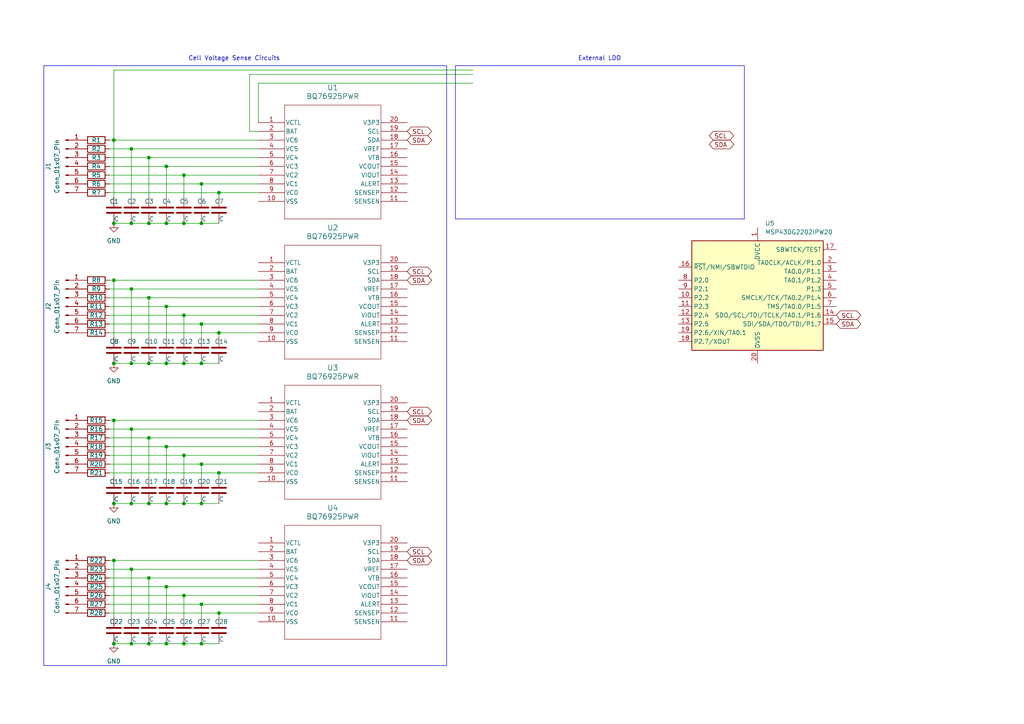
<source format=kicad_sch>
(kicad_sch (version 20230121) (generator eeschema)
  (paper "A4")
  (lib_symbols
    (symbol "BQ76925PWR_1" (pin_names (offset 0.254))
      (property "Reference" "U1" (at 21.59 10.16 0))
      (property "Value" "BQ76925PWR" (at 21.59 7.62 0))
      (symbol "BQ76925PWR_1_0_1"
        (polyline (pts (xy 7.62 -27.94) (xy 35.56 -27.94)) (stroke (width 0.127)))
        (polyline (pts (xy 7.62 5.08) (xy 7.62 -27.94)) (stroke (width 0.127)))
        (polyline (pts (xy 35.56 -27.94) (xy 35.56 5.08)) (stroke (width 0.127)))
        (polyline (pts (xy 35.56 5.08) (xy 7.62 5.08)) (stroke (width 0.127)))
        (pin output line (at 0 0 0) (length 7.62) (name "VCTL") (number "1"))
        (pin power_in line (at 0 -22.86 0) (length 7.62) (name "VSS") (number "10"))
        (pin input line (at 43.18 -22.86 180) (length 7.62) (name "SENSEN") (number "11"))
        (pin input line (at 43.18 -20.32 180) (length 7.62) (name "SENSEP") (number "12"))
        (pin output line (at 43.18 -17.78 180) (length 7.62) (name "ALERT") (number "13"))
        (pin output line (at 43.18 -15.24 180) (length 7.62) (name "VIOUT") (number "14"))
        (pin output line (at 43.18 -12.7 180) (length 7.62) (name "VCOUT") (number "15"))
        (pin output line (at 43.18 -10.16 180) (length 7.62) (name "VTB") (number "16"))
        (pin output line (at 43.18 -7.62 180) (length 7.62) (name "VREF") (number "17"))
        (pin bidirectional line (at 43.18 -5.08 180) (length 7.62) (name "SDA") (number "18"))
        (pin input line (at 43.18 -2.54 180) (length 7.62) (name "SCL") (number "19"))
        (pin power_in line (at 0 -2.54 0) (length 7.62) (name "BAT") (number "2"))
        (pin output line (at 43.18 0 180) (length 7.62) (name "V3P3") (number "20"))
        (pin input line (at 0 -5.08 0) (length 7.62) (name "VC6") (number "3"))
        (pin input line (at 0 -7.62 0) (length 7.62) (name "VC5") (number "4"))
        (pin input line (at 0 -10.16 0) (length 7.62) (name "VC4") (number "5"))
        (pin input line (at 0 -12.7 0) (length 7.62) (name "VC3") (number "6"))
        (pin input line (at 0 -15.24 0) (length 7.62) (name "VC2") (number "7"))
        (pin input line (at 0 -17.78 0) (length 7.62) (name "VC1") (number "8"))
        (pin input line (at 0 -20.32 0) (length 7.62) (name "VC0") (number "9"))
      )
    )
    (symbol "Connector:Conn_01x07_Pin" (pin_names (offset 1.016) hide)
      (property "Reference" "J" (at 0 10.16 0))
      (property "Value" "Conn_01x07_Pin" (at 0 -10.16 0))
      (symbol "Conn_01x07_Pin_1_1"
        (polyline (pts (xy 1.27 -7.62) (xy 0.8636 -7.62)) (stroke (width 0.1524)))
        (polyline (pts (xy 1.27 -5.08) (xy 0.8636 -5.08)) (stroke (width 0.1524)))
        (polyline (pts (xy 1.27 -2.54) (xy 0.8636 -2.54)) (stroke (width 0.1524)))
        (polyline (pts (xy 1.27 0) (xy 0.8636 0)) (stroke (width 0.1524)))
        (polyline (pts (xy 1.27 2.54) (xy 0.8636 2.54)) (stroke (width 0.1524)))
        (polyline (pts (xy 1.27 5.08) (xy 0.8636 5.08)) (stroke (width 0.1524)))
        (polyline (pts (xy 1.27 7.62) (xy 0.8636 7.62)) (stroke (width 0.1524)))
        (rectangle (start 0.8636 -7.493) (end 0 -7.747) (stroke (width 0.1524)) (fill (type outline)))
        (rectangle (start 0.8636 -4.953) (end 0 -5.207) (stroke (width 0.1524)) (fill (type outline)))
        (rectangle (start 0.8636 -2.413) (end 0 -2.667) (stroke (width 0.1524)) (fill (type outline)))
        (rectangle (start 0.8636 0.127) (end 0 -0.127) (stroke (width 0.1524)) (fill (type outline)))
        (rectangle (start 0.8636 2.667) (end 0 2.413) (stroke (width 0.1524)) (fill (type outline)))
        (rectangle (start 0.8636 5.207) (end 0 4.953) (stroke (width 0.1524)) (fill (type outline)))
        (rectangle (start 0.8636 7.747) (end 0 7.493) (stroke (width 0.1524)) (fill (type outline)))
        (pin passive line (at 5.08 7.62 180) (length 3.81) (name "Pin_1") (number "1"))
        (pin passive line (at 5.08 5.08 180) (length 3.81) (name "Pin_2") (number "2"))
        (pin passive line (at 5.08 2.54 180) (length 3.81) (name "Pin_3") (number "3"))
        (pin passive line (at 5.08 0 180) (length 3.81) (name "Pin_4") (number "4"))
        (pin passive line (at 5.08 -2.54 180) (length 3.81) (name "Pin_5") (number "5"))
        (pin passive line (at 5.08 -5.08 180) (length 3.81) (name "Pin_6") (number "6"))
        (pin passive line (at 5.08 -7.62 180) (length 3.81) (name "Pin_7") (number "7"))
      )
    )
    (symbol "Device:C" (pin_numbers hide) (pin_names (offset 0.254))
      (property "Reference" "C" (at 0.635 2.54 0))
      (property "Value" "C" (at 0.635 -2.54 0))
      (symbol "C_0_1"
        (polyline (pts (xy -2.032 -0.762) (xy 2.032 -0.762)) (stroke (width 0.508)))
        (polyline (pts (xy -2.032 0.762) (xy 2.032 0.762)) (stroke (width 0.508)))
      )
      (symbol "C_1_1"
        (pin passive line (at 0 3.81 270) (length 2.794) (name "~") (number "1"))
        (pin passive line (at 0 -3.81 90) (length 2.794) (name "~") (number "2"))
      )
    )
    (symbol "Device:R" (pin_numbers hide) (pin_names (offset 0))
      (property "Reference" "R" (at 2.032 0 90))
      (property "Value" "R" (at 0 0 90))
      (symbol "R_0_1"
        (rectangle (start -1.016 -2.54) (end 1.016 2.54) (stroke (width 0.254)))
      )
      (symbol "R_1_1"
        (pin passive line (at 0 3.81 270) (length 1.27) (name "~") (number "1"))
        (pin passive line (at 0 -3.81 90) (length 1.27) (name "~") (number "2"))
      )
    )
    (symbol "MCU_Texas_MSP430:MSP430G2202IPW20"
      (property "Reference" "U" (at -17.78 17.78 0))
      (property "Value" "MSP430G2202IPW20" (at 12.7 -16.51 0))
      (symbol "MSP430G2202IPW20_0_1"
        (rectangle (start -19.05 16.51) (end 19.05 -15.24) (stroke (width 0.254)) (fill (type background)))
      )
      (symbol "MSP430G2202IPW20_1_1"
        (pin power_in line (at 0 20.32 270) (length 3.81) (name "DVCC") (number "1"))
        (pin bidirectional line (at -22.86 0 0) (length 3.81) (name "P2.2") (number "10"))
        (pin bidirectional line (at -22.86 -2.54 0) (length 3.81) (name "P2.3") (number "11"))
        (pin bidirectional line (at -22.86 -5.08 0) (length 3.81) (name "P2.4") (number "12"))
        (pin bidirectional line (at -22.86 -7.62 0) (length 3.81) (name "P2.5") (number "13"))
        (pin bidirectional line (at 22.86 -5.08 180) (length 3.81) (name "SDO/SCL/TDI/TCLK/TA0.1/P1.6") (number "14"))
        (pin bidirectional line (at 22.86 -7.62 180) (length 3.81) (name "SDI/SDA/TDO/TDI/P1.7") (number "15"))
        (pin input line (at -22.86 8.89 0) (length 3.81) (name "~{RST}/NMI/SBWTDIO") (number "16"))
        (pin input line (at 22.86 13.97 180) (length 3.81) (name "SBWTCK/TEST") (number "17"))
        (pin bidirectional line (at -22.86 -12.7 0) (length 3.81) (name "P2.7/XOUT") (number "18"))
        (pin bidirectional line (at -22.86 -10.16 0) (length 3.81) (name "P2.6/XIN/TA0.1") (number "19"))
        (pin bidirectional line (at 22.86 10.16 180) (length 3.81) (name "TA0CLK/ACLK/P1.0") (number "2"))
        (pin power_in line (at 0 -19.05 90) (length 3.81) (name "DVSS") (number "20"))
        (pin bidirectional line (at 22.86 7.62 180) (length 3.81) (name "TA0.0/P1.1") (number "3"))
        (pin bidirectional line (at 22.86 5.08 180) (length 3.81) (name "TA0.1/P1.2") (number "4"))
        (pin bidirectional line (at 22.86 2.54 180) (length 3.81) (name "P1.3") (number "5"))
        (pin bidirectional line (at 22.86 0 180) (length 3.81) (name "SMCLK/TCK/TA0.2/P1.4") (number "6"))
        (pin bidirectional line (at 22.86 -2.54 180) (length 3.81) (name "TMS/TA0.0/P1.5") (number "7"))
        (pin bidirectional line (at -22.86 5.08 0) (length 3.81) (name "P2.0") (number "8"))
        (pin bidirectional line (at -22.86 2.54 0) (length 3.81) (name "P2.1") (number "9"))
      )
    )
    (symbol "power:GND" (power) (pin_names (offset 0))
      (property "Value" "GND" (at 0 -3.81 0))
      (symbol "GND_0_1"
        (polyline (pts (xy 0 0) (xy 0 -1.27) (xy 1.27 -1.27) (xy 0 -2.54) (xy -1.27 -1.27) (xy 0 -1.27)))
      )
      (symbol "GND_1_1"
        (pin power_in line (at 0 0 270) (length 0) hide (name "GND") (number "1"))
      )
    )
  )
  (junction (at 48.26 64.77))
  (junction (at 48.26 105.41))
  (junction (at 53.34 132.08))
  (junction (at 33.02 121.92))
  (junction (at 33.02 162.56))
  (junction (at 38.1 105.41))
  (junction (at 48.26 186.69))
  (junction (at 43.18 146.05))
  (junction (at 58.42 53.34))
  (junction (at 58.42 64.77))
  (junction (at 38.1 124.46))
  (junction (at 63.5 96.52))
  (junction (at 33.02 146.05))
  (junction (at 38.1 165.1))
  (junction (at 43.18 167.64))
  (junction (at 53.34 186.69))
  (junction (at 53.34 172.72))
  (junction (at 38.1 146.05))
  (junction (at 48.26 146.05))
  (junction (at 58.42 146.05))
  (junction (at 43.18 86.36))
  (junction (at 58.42 175.26))
  (junction (at 53.34 105.41))
  (junction (at 53.34 50.8))
  (junction (at 33.02 105.41))
  (junction (at 33.02 64.77))
  (junction (at 43.18 127))
  (junction (at 38.1 64.77))
  (junction (at 58.42 93.98))
  (junction (at 48.26 48.26))
  (junction (at 53.34 64.77))
  (junction (at 43.18 186.69))
  (junction (at 33.02 81.28))
  (junction (at 33.02 186.69))
  (junction (at 43.18 45.72))
  (junction (at 48.26 170.18))
  (junction (at 48.26 88.9))
  (junction (at 43.18 64.77))
  (junction (at 53.34 146.05))
  (junction (at 43.18 105.41))
  (junction (at 58.42 105.41))
  (junction (at 63.5 55.88))
  (junction (at 58.42 186.69))
  (junction (at 63.5 137.16))
  (junction (at 63.5 177.8))
  (junction (at 58.42 134.62))
  (junction (at 38.1 43.18))
  (junction (at 38.1 83.82))
  (junction (at 33.02 40.64))
  (junction (at 48.26 129.54))
  (junction (at 53.34 91.44))
  (junction (at 38.1 186.69))
  (wire (pts (xy 72.39 38.1) (xy 72.39 21.59)))
  (wire (pts (xy 53.34 172.72) (xy 53.34 179.07)))
  (wire (pts (xy 31.75 86.36) (xy 43.18 86.36)))
  (wire (pts (xy 38.1 64.77) (xy 43.18 64.77)))
  (wire (pts (xy 74.93 38.1) (xy 72.39 38.1)))
  (wire (pts (xy 58.42 53.34) (xy 58.42 57.15)))
  (wire (pts (xy 33.02 81.28) (xy 33.02 97.79)))
  (wire (pts (xy 48.26 186.69) (xy 53.34 186.69)))
  (wire (pts (xy 53.34 50.8) (xy 74.93 50.8)))
  (wire (pts (xy 58.42 105.41) (xy 63.5 105.41)))
  (wire (pts (xy 31.75 45.72) (xy 43.18 45.72)))
  (wire (pts (xy 31.75 162.56) (xy 33.02 162.56)))
  (wire (pts (xy 31.75 165.1) (xy 38.1 165.1)))
  (wire (pts (xy 38.1 165.1) (xy 38.1 179.07)))
  (wire (pts (xy 53.34 64.77) (xy 58.42 64.77)))
  (wire (pts (xy 33.02 186.69) (xy 38.1 186.69)))
  (wire (pts (xy 38.1 105.41) (xy 43.18 105.41)))
  (wire (pts (xy 31.75 50.8) (xy 53.34 50.8)))
  (wire (pts (xy 53.34 172.72) (xy 74.93 172.72)))
  (wire (pts (xy 31.75 43.18) (xy 38.1 43.18)))
  (wire (pts (xy 31.75 132.08) (xy 53.34 132.08)))
  (wire (pts (xy 31.75 170.18) (xy 48.26 170.18)))
  (wire (pts (xy 48.26 48.26) (xy 48.26 57.15)))
  (wire (pts (xy 43.18 127) (xy 74.93 127)))
  (wire (pts (xy 31.75 129.54) (xy 48.26 129.54)))
  (wire (pts (xy 63.5 96.52) (xy 63.5 97.79)))
  (wire (pts (xy 33.02 146.05) (xy 38.1 146.05)))
  (wire (pts (xy 43.18 127) (xy 43.18 138.43)))
  (wire (pts (xy 58.42 146.05) (xy 63.5 146.05)))
  (wire (pts (xy 43.18 146.05) (xy 48.26 146.05)))
  (wire (pts (xy 53.34 132.08) (xy 53.34 138.43)))
  (wire (pts (xy 43.18 45.72) (xy 74.93 45.72)))
  (wire (pts (xy 31.75 40.64) (xy 33.02 40.64)))
  (wire (pts (xy 33.02 81.28) (xy 74.93 81.28)))
  (wire (pts (xy 48.26 88.9) (xy 48.26 97.79)))
  (wire (pts (xy 53.34 146.05) (xy 58.42 146.05)))
  (wire (pts (xy 53.34 105.41) (xy 58.42 105.41)))
  (wire (pts (xy 31.75 172.72) (xy 53.34 172.72)))
  (wire (pts (xy 58.42 53.34) (xy 74.93 53.34)))
  (wire (pts (xy 43.18 86.36) (xy 74.93 86.36)))
  (wire (pts (xy 38.1 165.1) (xy 74.93 165.1)))
  (wire (pts (xy 48.26 170.18) (xy 74.93 170.18)))
  (wire (pts (xy 31.75 81.28) (xy 33.02 81.28)))
  (wire (pts (xy 43.18 167.64) (xy 74.93 167.64)))
  (wire (pts (xy 31.75 53.34) (xy 58.42 53.34)))
  (wire (pts (xy 63.5 177.8) (xy 74.93 177.8)))
  (wire (pts (xy 31.75 137.16) (xy 63.5 137.16)))
  (wire (pts (xy 48.26 48.26) (xy 74.93 48.26)))
  (wire (pts (xy 31.75 127) (xy 43.18 127)))
  (wire (pts (xy 38.1 186.69) (xy 43.18 186.69)))
  (wire (pts (xy 31.75 177.8) (xy 63.5 177.8)))
  (wire (pts (xy 33.02 64.77) (xy 38.1 64.77)))
  (wire (pts (xy 31.75 121.92) (xy 33.02 121.92)))
  (wire (pts (xy 38.1 83.82) (xy 74.93 83.82)))
  (wire (pts (xy 48.26 88.9) (xy 74.93 88.9)))
  (wire (pts (xy 48.26 170.18) (xy 48.26 179.07)))
  (wire (pts (xy 38.1 124.46) (xy 38.1 138.43)))
  (wire (pts (xy 58.42 134.62) (xy 58.42 138.43)))
  (wire (pts (xy 53.34 91.44) (xy 74.93 91.44)))
  (wire (pts (xy 63.5 55.88) (xy 63.5 57.15)))
  (wire (pts (xy 48.26 129.54) (xy 48.26 138.43)))
  (wire (pts (xy 53.34 132.08) (xy 74.93 132.08)))
  (wire (pts (xy 31.75 91.44) (xy 53.34 91.44)))
  (wire (pts (xy 72.39 21.59) (xy 137.16 21.59)))
  (wire (pts (xy 53.34 186.69) (xy 58.42 186.69)))
  (wire (pts (xy 74.93 24.13) (xy 137.16 24.13)))
  (wire (pts (xy 33.02 121.92) (xy 33.02 138.43)))
  (wire (pts (xy 38.1 43.18) (xy 38.1 57.15)))
  (wire (pts (xy 58.42 93.98) (xy 58.42 97.79)))
  (wire (pts (xy 53.34 91.44) (xy 53.34 97.79)))
  (wire (pts (xy 31.75 55.88) (xy 63.5 55.88)))
  (wire (pts (xy 33.02 162.56) (xy 74.93 162.56)))
  (wire (pts (xy 48.26 105.41) (xy 53.34 105.41)))
  (wire (pts (xy 58.42 186.69) (xy 63.5 186.69)))
  (wire (pts (xy 63.5 137.16) (xy 74.93 137.16)))
  (wire (pts (xy 31.75 88.9) (xy 48.26 88.9)))
  (wire (pts (xy 31.75 93.98) (xy 58.42 93.98)))
  (wire (pts (xy 33.02 121.92) (xy 74.93 121.92)))
  (wire (pts (xy 31.75 175.26) (xy 58.42 175.26)))
  (wire (pts (xy 58.42 175.26) (xy 74.93 175.26)))
  (wire (pts (xy 63.5 137.16) (xy 63.5 138.43)))
  (wire (pts (xy 48.26 129.54) (xy 74.93 129.54)))
  (wire (pts (xy 38.1 146.05) (xy 43.18 146.05)))
  (wire (pts (xy 33.02 40.64) (xy 33.02 57.15)))
  (wire (pts (xy 48.26 64.77) (xy 53.34 64.77)))
  (wire (pts (xy 31.75 134.62) (xy 58.42 134.62)))
  (wire (pts (xy 63.5 177.8) (xy 63.5 179.07)))
  (wire (pts (xy 38.1 124.46) (xy 74.93 124.46)))
  (wire (pts (xy 63.5 96.52) (xy 74.93 96.52)))
  (wire (pts (xy 43.18 64.77) (xy 48.26 64.77)))
  (wire (pts (xy 33.02 40.64) (xy 74.93 40.64)))
  (wire (pts (xy 38.1 43.18) (xy 74.93 43.18)))
  (wire (pts (xy 53.34 50.8) (xy 53.34 57.15)))
  (wire (pts (xy 43.18 105.41) (xy 48.26 105.41)))
  (wire (pts (xy 33.02 162.56) (xy 33.02 179.07)))
  (wire (pts (xy 31.75 124.46) (xy 38.1 124.46)))
  (wire (pts (xy 48.26 146.05) (xy 53.34 146.05)))
  (wire (pts (xy 31.75 83.82) (xy 38.1 83.82)))
  (wire (pts (xy 63.5 55.88) (xy 74.93 55.88)))
  (wire (pts (xy 43.18 45.72) (xy 43.18 57.15)))
  (wire (pts (xy 31.75 96.52) (xy 63.5 96.52)))
  (wire (pts (xy 74.93 35.56) (xy 74.93 24.13)))
  (wire (pts (xy 33.02 20.32) (xy 137.16 20.32)))
  (wire (pts (xy 58.42 175.26) (xy 58.42 179.07)))
  (wire (pts (xy 43.18 86.36) (xy 43.18 97.79)))
  (wire (pts (xy 33.02 40.64) (xy 33.02 20.32)))
  (wire (pts (xy 58.42 64.77) (xy 63.5 64.77)))
  (wire (pts (xy 31.75 167.64) (xy 43.18 167.64)))
  (wire (pts (xy 58.42 134.62) (xy 74.93 134.62)))
  (wire (pts (xy 31.75 48.26) (xy 48.26 48.26)))
  (wire (pts (xy 43.18 186.69) (xy 48.26 186.69)))
  (wire (pts (xy 33.02 105.41) (xy 38.1 105.41)))
  (wire (pts (xy 38.1 83.82) (xy 38.1 97.79)))
  (wire (pts (xy 43.18 167.64) (xy 43.18 179.07)))
  (wire (pts (xy 58.42 93.98) (xy 74.93 93.98)))
  (rectangle (start 12.7 19.05) (end 129.54 193.04))
  (rectangle (start 132.08 19.05) (end 215.9 63.5))
  (text "Cell Voltage Sense Circuits" (at 54.61 17.78 0) (effects (font (size 1.27 1.27)) (justify left bottom)))
  (text "External LDO" (at 167.64 17.78 0) (effects (font (size 1.27 1.27)) (justify left bottom)))
  (global_label "SDA" (shape bidirectional) (at 118.11 121.92 0) (property "Intersheetrefs" "${INTERSHEET_REFS}" (effects hide)))
  (global_label "SDA" (shape bidirectional) (at 242.57 93.98 0) (property "Intersheetrefs" "${INTERSHEET_REFS}" (effects hide)))
  (global_label "SCL" (shape bidirectional) (at 118.11 119.38 0) (property "Intersheetrefs" "${INTERSHEET_REFS}" (effects hide)))
  (global_label "SDA" (shape bidirectional) (at 205.74 41.91 0) (property "Intersheetrefs" "${INTERSHEET_REFS}" (effects hide)))
  (global_label "SCL" (shape bidirectional) (at 118.11 78.74 0) (property "Intersheetrefs" "${INTERSHEET_REFS}" (effects hide)))
  (global_label "SCL" (shape bidirectional) (at 205.74 39.37 0) (property "Intersheetrefs" "${INTERSHEET_REFS}" (effects hide)))
  (global_label "SCL" (shape bidirectional) (at 118.11 38.1 0) (property "Intersheetrefs" "${INTERSHEET_REFS}" (effects hide)))
  (global_label "SCL" (shape bidirectional) (at 242.57 91.44 0) (property "Intersheetrefs" "${INTERSHEET_REFS}" (effects hide)))
  (global_label "SCL" (shape bidirectional) (at 118.11 160.02 0) (property "Intersheetrefs" "${INTERSHEET_REFS}" (effects hide)))
  (global_label "SDA" (shape bidirectional) (at 118.11 40.64 0) (property "Intersheetrefs" "${INTERSHEET_REFS}" (effects hide)))
  (global_label "SDA" (shape bidirectional) (at 118.11 162.56 0) (property "Intersheetrefs" "${INTERSHEET_REFS}" (effects hide)))
  (global_label "SDA" (shape bidirectional) (at 118.11 81.28 0) (property "Intersheetrefs" "${INTERSHEET_REFS}" (effects hide)))
  (symbol (lib_name "BQ76925PWR_1") (lib_id "2024-02-09_03-55-27:BQ76925PWR") (at 74.93 116.84 0) (unit 1)
    (property "Reference" "U3" (at 96.52 106.68 0) (effects (font (size 1.524 1.524))))
    (property "Value" "BQ76925PWR" (at 96.52 109.22 0) (effects (font (size 1.524 1.524))))
    (property "Footprint" "PW20" (effects hide))
    (property "Datasheet" "BQ76925PWR" (effects hide))
  )
  (symbol (lib_id "MCU_Texas_MSP430:MSP430G2202IPW20") (at 219.71 86.36 0) (unit 1)
    (property "Reference" "U5" (at 221.9041 64.77 0) (effects (justify left)))
    (property "Value" "MSP430G2202IPW20" (at 221.9041 67.31 0) (effects (justify left)))
    (property "Footprint" "Package_SO:TSSOP-20_4.4x6.5mm_P0.65mm" (effects hide))
    (property "Datasheet" "http://www.ti.com/lit/ds/symlink/msp430g2202.pdf" (effects hide))
  )
  (symbol (lib_id "Device:R") (at 27.94 53.34 90) (unit 1)
    (property "Reference" "R6" (at 27.94 53.34 90))
    (property "Value" "R_BAT 100" (effects hide))
  )
  (symbol (lib_id "Device:R") (at 27.94 132.08 90) (unit 1)
    (property "Reference" "R19" (at 27.94 132.08 90))
    (property "Value" "R_BAT 100" (effects hide))
  )
  (symbol (lib_id "power:GND") (at 33.02 146.05 0) (unit 1)
    (property "Reference" "#PWR03" (effects hide))
    (property "Value" "GND" (at 33.02 151.13 0))
  )
  (symbol (lib_id "Device:C") (at 38.1 60.96 0) (unit 1)
    (property "Reference" "C2" (at 36.83 58.42 0) (effects (justify left)))
    (property "Value" "C" (at 38.1 63.5 0) (effects (justify left)))
  )
  (symbol (lib_id "Device:C") (at 33.02 182.88 0) (unit 1)
    (property "Reference" "C22" (at 31.75 180.34 0) (effects (justify left)))
    (property "Value" "C" (at 33.02 185.42 0) (effects (justify left)))
  )
  (symbol (lib_id "Device:C") (at 53.34 142.24 0) (unit 1)
    (property "Reference" "C19" (at 52.07 139.7 0) (effects (justify left)))
    (property "Value" "C" (at 53.34 144.78 0) (effects (justify left)))
  )
  (symbol (lib_id "Device:R") (at 27.94 40.64 90) (unit 1)
    (property "Reference" "R1" (at 27.94 40.64 90))
    (property "Value" "R_BAT 100" (effects hide))
  )
  (symbol (lib_id "Device:R") (at 27.94 83.82 90) (unit 1)
    (property "Reference" "R9" (at 27.94 83.82 90))
    (property "Value" "R_BAT 100" (effects hide))
  )
  (symbol (lib_name "BQ76925PWR_1") (lib_id "2024-02-09_03-55-27:BQ76925PWR") (at 74.93 76.2 0) (unit 1)
    (property "Reference" "U2" (at 96.52 66.04 0) (effects (font (size 1.524 1.524))))
    (property "Value" "BQ76925PWR" (at 96.52 68.58 0) (effects (font (size 1.524 1.524))))
    (property "Footprint" "PW20" (effects hide))
    (property "Datasheet" "BQ76925PWR" (effects hide))
  )
  (symbol (lib_id "Device:R") (at 27.94 127 90) (unit 1)
    (property "Reference" "R17" (at 27.94 127 90))
    (property "Value" "R_BAT 100" (effects hide))
  )
  (symbol (lib_id "Device:R") (at 27.94 165.1 90) (unit 1)
    (property "Reference" "R23" (at 27.94 165.1 90))
    (property "Value" "R_BAT 100" (effects hide))
  )
  (symbol (lib_id "Device:R") (at 27.94 45.72 90) (unit 1)
    (property "Reference" "R3" (at 27.94 45.72 90))
    (property "Value" "R_BAT 100" (effects hide))
  )
  (symbol (lib_id "Device:R") (at 27.94 137.16 90) (unit 1)
    (property "Reference" "R21" (at 27.94 137.16 90))
    (property "Value" "R_BAT 100" (effects hide))
  )
  (symbol (lib_id "Device:R") (at 27.94 93.98 90) (unit 1)
    (property "Reference" "R13" (at 27.94 93.98 90))
    (property "Value" "R_BAT 100" (effects hide))
  )
  (symbol (lib_id "Device:R") (at 27.94 48.26 90) (unit 1)
    (property "Reference" "R4" (at 27.94 48.26 90))
    (property "Value" "R_BAT 100" (effects hide))
  )
  (symbol (lib_id "Device:C") (at 38.1 142.24 0) (unit 1)
    (property "Reference" "C16" (at 36.83 139.7 0) (effects (justify left)))
    (property "Value" "C" (at 38.1 144.78 0) (effects (justify left)))
  )
  (symbol (lib_id "Connector:Conn_01x07_Pin") (at 19.05 88.9 0) (unit 1)
    (property "Reference" "J2" (at 13.97 88.9 90))
    (property "Value" "Conn_01x07_Pin" (at 16.51 88.9 90))
  )
  (symbol (lib_name "BQ76925PWR_1") (lib_id "2024-02-09_03-55-27:BQ76925PWR") (at 74.93 157.48 0) (unit 1)
    (property "Reference" "U4" (at 96.52 147.32 0) (effects (font (size 1.524 1.524))))
    (property "Value" "BQ76925PWR" (at 96.52 149.86 0) (effects (font (size 1.524 1.524))))
    (property "Footprint" "PW20" (effects hide))
    (property "Datasheet" "BQ76925PWR" (effects hide))
  )
  (symbol (lib_id "Device:C") (at 38.1 182.88 0) (unit 1)
    (property "Reference" "C23" (at 36.83 180.34 0) (effects (justify left)))
    (property "Value" "C" (at 38.1 185.42 0) (effects (justify left)))
  )
  (symbol (lib_id "Device:R") (at 27.94 81.28 90) (unit 1)
    (property "Reference" "R8" (at 27.94 81.28 90))
    (property "Value" "R_BAT 100" (effects hide))
  )
  (symbol (lib_id "Device:C") (at 33.02 101.6 0) (unit 1)
    (property "Reference" "C8" (at 31.75 99.06 0) (effects (justify left)))
    (property "Value" "C" (at 33.02 104.14 0) (effects (justify left)))
  )
  (symbol (lib_id "Device:C") (at 53.34 60.96 0) (unit 1)
    (property "Reference" "C5" (at 52.07 58.42 0) (effects (justify left)))
    (property "Value" "C" (at 53.34 63.5 0) (effects (justify left)))
  )
  (symbol (lib_id "power:GND") (at 33.02 105.41 0) (unit 1)
    (property "Reference" "#PWR02" (effects hide))
    (property "Value" "GND" (at 33.02 110.49 0))
  )
  (symbol (lib_id "Device:R") (at 27.94 177.8 90) (unit 1)
    (property "Reference" "R28" (at 27.94 177.8 90))
    (property "Value" "R_BAT 100" (effects hide))
  )
  (symbol (lib_id "Connector:Conn_01x07_Pin") (at 19.05 129.54 0) (unit 1)
    (property "Reference" "J3" (at 13.97 129.54 90))
    (property "Value" "Conn_01x07_Pin" (at 16.51 129.54 90))
  )
  (symbol (lib_id "Device:C") (at 33.02 60.96 0) (unit 1)
    (property "Reference" "C1" (at 31.75 58.42 0) (effects (justify left)))
    (property "Value" "C" (at 33.02 63.5 0) (effects (justify left)))
  )
  (symbol (lib_id "Device:C") (at 48.26 142.24 0) (unit 1)
    (property "Reference" "C18" (at 46.99 139.7 0) (effects (justify left)))
    (property "Value" "C" (at 48.26 144.78 0) (effects (justify left)))
  )
  (symbol (lib_id "Device:C") (at 58.42 182.88 0) (unit 1)
    (property "Reference" "C27" (at 57.15 180.34 0) (effects (justify left)))
    (property "Value" "C" (at 58.42 185.42 0) (effects (justify left)))
  )
  (symbol (lib_id "power:GND") (at 33.02 64.77 0) (unit 1)
    (property "Reference" "#PWR01" (effects hide))
    (property "Value" "GND" (at 33.02 69.85 0))
  )
  (symbol (lib_id "Device:R") (at 27.94 124.46 90) (unit 1)
    (property "Reference" "R16" (at 27.94 124.46 90))
    (property "Value" "R_BAT 100" (effects hide))
  )
  (symbol (lib_id "Device:C") (at 58.42 142.24 0) (unit 1)
    (property "Reference" "C20" (at 57.15 139.7 0) (effects (justify left)))
    (property "Value" "C" (at 58.42 144.78 0) (effects (justify left)))
  )
  (symbol (lib_id "Device:R") (at 27.94 86.36 90) (unit 1)
    (property "Reference" "R10" (at 27.94 86.36 90))
    (property "Value" "R_BAT 100" (effects hide))
  )
  (symbol (lib_id "Device:C") (at 53.34 101.6 0) (unit 1)
    (property "Reference" "C12" (at 52.07 99.06 0) (effects (justify left)))
    (property "Value" "C" (at 53.34 104.14 0) (effects (justify left)))
  )
  (symbol (lib_id "Device:C") (at 48.26 101.6 0) (unit 1)
    (property "Reference" "C11" (at 46.99 99.06 0) (effects (justify left)))
    (property "Value" "C" (at 48.26 104.14 0) (effects (justify left)))
  )
  (symbol (lib_id "power:GND") (at 33.02 186.69 0) (unit 1)
    (property "Reference" "#PWR04" (effects hide))
    (property "Value" "GND" (at 33.02 191.77 0))
  )
  (symbol (lib_id "Device:C") (at 53.34 182.88 0) (unit 1)
    (property "Reference" "C26" (at 52.07 180.34 0) (effects (justify left)))
    (property "Value" "C" (at 53.34 185.42 0) (effects (justify left)))
  )
  (symbol (lib_id "Connector:Conn_01x07_Pin") (at 19.05 48.26 0) (unit 1)
    (property "Reference" "J1" (at 13.97 48.26 90))
    (property "Value" "Conn_01x07_Pin" (at 16.51 48.26 90))
  )
  (symbol (lib_id "Device:C") (at 63.5 60.96 0) (unit 1)
    (property "Reference" "C7" (at 62.23 58.42 0) (effects (justify left)))
    (property "Value" "C" (at 63.5 63.5 0) (effects (justify left)))
  )
  (symbol (lib_id "Device:C") (at 63.5 142.24 0) (unit 1)
    (property "Reference" "C21" (at 62.23 139.7 0) (effects (justify left)))
    (property "Value" "C" (at 63.5 144.78 0) (effects (justify left)))
  )
  (symbol (lib_id "Device:R") (at 27.94 167.64 90) (unit 1)
    (property "Reference" "R24" (at 27.94 167.64 90))
    (property "Value" "R_BAT 100" (effects hide))
  )
  (symbol (lib_id "Device:C") (at 38.1 101.6 0) (unit 1)
    (property "Reference" "C9" (at 36.83 99.06 0) (effects (justify left)))
    (property "Value" "C" (at 38.1 104.14 0) (effects (justify left)))
  )
  (symbol (lib_id "Device:C") (at 63.5 101.6 0) (unit 1)
    (property "Reference" "C14" (at 62.23 99.06 0) (effects (justify left)))
    (property "Value" "C" (at 63.5 104.14 0) (effects (justify left)))
  )
  (symbol (lib_id "Device:C") (at 58.42 101.6 0) (unit 1)
    (property "Reference" "C13" (at 57.15 99.06 0) (effects (justify left)))
    (property "Value" "C" (at 58.42 104.14 0) (effects (justify left)))
  )
  (symbol (lib_id "Device:C") (at 58.42 60.96 0) (unit 1)
    (property "Reference" "C6" (at 57.15 58.42 0) (effects (justify left)))
    (property "Value" "C" (at 58.42 63.5 0) (effects (justify left)))
  )
  (symbol (lib_id "Device:R") (at 27.94 162.56 90) (unit 1)
    (property "Reference" "R22" (at 27.94 162.56 90))
    (property "Value" "R_BAT 100" (effects hide))
  )
  (symbol (lib_id "Device:R") (at 27.94 96.52 90) (unit 1)
    (property "Reference" "R14" (at 27.94 96.52 90))
    (property "Value" "R_BAT 100" (effects hide))
  )
  (symbol (lib_id "Device:R") (at 27.94 43.18 90) (unit 1)
    (property "Reference" "R2" (at 27.94 43.18 90))
    (property "Value" "R_BAT 100" (effects hide))
  )
  (symbol (lib_id "Device:R") (at 27.94 129.54 90) (unit 1)
    (property "Reference" "R18" (at 27.94 129.54 90))
    (property "Value" "R_BAT 100" (effects hide))
  )
  (symbol (lib_id "Device:C") (at 43.18 60.96 0) (unit 1)
    (property "Reference" "C3" (at 41.91 58.42 0) (effects (justify left)))
    (property "Value" "C" (at 43.18 63.5 0) (effects (justify left)))
  )
  (symbol (lib_id "Device:C") (at 43.18 101.6 0) (unit 1)
    (property "Reference" "C10" (at 41.91 99.06 0) (effects (justify left)))
    (property "Value" "C" (at 43.18 104.14 0) (effects (justify left)))
  )
  (symbol (lib_id "Device:R") (at 27.94 134.62 90) (unit 1)
    (property "Reference" "R20" (at 27.94 134.62 90))
    (property "Value" "R_BAT 100" (effects hide))
  )
  (symbol (lib_name "BQ76925PWR_1") (lib_id "2024-02-09_03-55-27:BQ76925PWR") (at 74.93 35.56 0) (unit 1)
    (property "Reference" "U1" (at 96.52 25.4 0) (effects (font (size 1.524 1.524))))
    (property "Value" "BQ76925PWR" (at 96.52 27.94 0) (effects (font (size 1.524 1.524))))
    (property "Footprint" "PW20" (effects hide))
    (property "Datasheet" "BQ76925PWR" (effects hide))
  )
  (symbol (lib_id "Device:C") (at 43.18 142.24 0) (unit 1)
    (property "Reference" "C17" (at 41.91 139.7 0) (effects (justify left)))
    (property "Value" "C" (at 43.18 144.78 0) (effects (justify left)))
  )
  (symbol (lib_id "Device:R") (at 27.94 88.9 90) (unit 1)
    (property "Reference" "R11" (at 27.94 88.9 90))
    (property "Value" "R_BAT 100" (effects hide))
  )
  (symbol (lib_id "Device:R") (at 27.94 55.88 90) (unit 1)
    (property "Reference" "R7" (at 27.94 55.88 90))
    (property "Value" "R_BAT 100" (effects hide))
  )
  (symbol (lib_id "Device:C") (at 48.26 182.88 0) (unit 1)
    (property "Reference" "C25" (at 46.99 180.34 0) (effects (justify left)))
    (property "Value" "C" (at 48.26 185.42 0) (effects (justify left)))
  )
  (symbol (lib_id "Device:R") (at 27.94 170.18 90) (unit 1)
    (property "Reference" "R25" (at 27.94 170.18 90))
    (property "Value" "R_BAT 100" (effects hide))
  )
  (symbol (lib_id "Device:R") (at 27.94 50.8 90) (unit 1)
    (property "Reference" "R5" (at 27.94 50.8 90))
    (property "Value" "R_BAT 100" (effects hide))
  )
  (symbol (lib_id "Device:C") (at 63.5 182.88 0) (unit 1)
    (property "Reference" "C28" (at 62.23 180.34 0) (effects (justify left)))
    (property "Value" "C" (at 63.5 185.42 0) (effects (justify left)))
  )
  (symbol (lib_id "Device:R") (at 27.94 91.44 90) (unit 1)
    (property "Reference" "R12" (at 27.94 91.44 90))
    (property "Value" "R_BAT 100" (effects hide))
  )
  (symbol (lib_id "Device:R") (at 27.94 121.92 90) (unit 1)
    (property "Reference" "R15" (at 27.94 121.92 90))
    (property "Value" "R_BAT 100" (effects hide))
  )
  (symbol (lib_id "Device:C") (at 33.02 142.24 0) (unit 1)
    (property "Reference" "C15" (at 31.75 139.7 0) (effects (justify left)))
    (property "Value" "C" (at 33.02 144.78 0) (effects (justify left)))
  )
  (symbol (lib_id "Device:C") (at 43.18 182.88 0) (unit 1)
    (property "Reference" "C24" (at 41.91 180.34 0) (effects (justify left)))
    (property "Value" "C" (at 43.18 185.42 0) (effects (justify left)))
  )
  (symbol (lib_id "Device:R") (at 27.94 175.26 90) (unit 1)
    (property "Reference" "R27" (at 27.94 175.26 90))
    (property "Value" "R_BAT 100" (effects hide))
  )
  (symbol (lib_id "Device:R") (at 27.94 172.72 90) (unit 1)
    (property "Reference" "R26" (at 27.94 172.72 90))
    (property "Value" "R_BAT 100" (effects hide))
  )
  (symbol (lib_id "Connector:Conn_01x07_Pin") (at 19.05 170.18 0) (unit 1)
    (property "Reference" "J4" (at 13.97 170.18 90))
    (property "Value" "Conn_01x07_Pin" (at 16.51 170.18 90))
  )
  (symbol (lib_id "Device:C") (at 48.26 60.96 0) (unit 1)
    (property "Reference" "C4" (at 46.99 58.42 0) (effects (justify left)))
    (property "Value" "C" (at 48.26 63.5 0) (effects (justify left)))
  )
)
</source>
